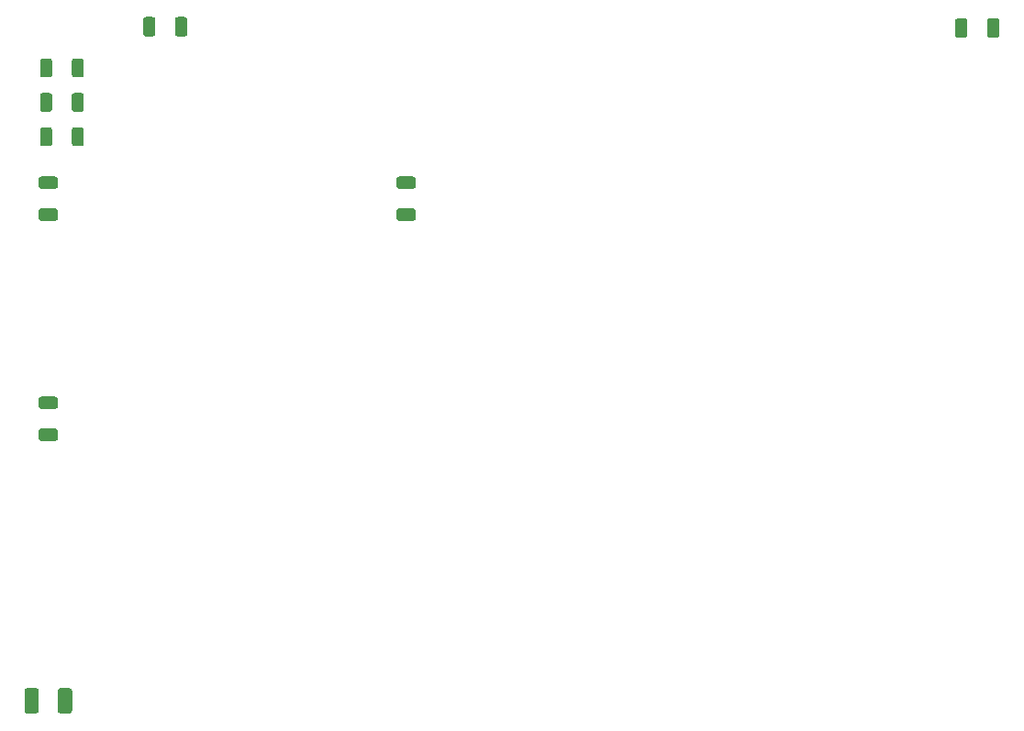
<source format=gtp>
%TF.GenerationSoftware,KiCad,Pcbnew,(5.1.9)-1*%
%TF.CreationDate,2021-10-09T10:29:05+08:00*%
%TF.ProjectId,CFSuperLite,43465375-7065-4724-9c69-74652e6b6963,rev?*%
%TF.SameCoordinates,Original*%
%TF.FileFunction,Paste,Top*%
%TF.FilePolarity,Positive*%
%FSLAX46Y46*%
G04 Gerber Fmt 4.6, Leading zero omitted, Abs format (unit mm)*
G04 Created by KiCad (PCBNEW (5.1.9)-1) date 2021-10-09 10:29:05*
%MOMM*%
%LPD*%
G01*
G04 APERTURE LIST*
G04 APERTURE END LIST*
%TO.C,C4*%
G36*
G01*
X110860000Y-59039999D02*
X110860000Y-60340001D01*
G75*
G02*
X110610001Y-60590000I-249999J0D01*
G01*
X109959999Y-60590000D01*
G75*
G02*
X109710000Y-60340001I0J249999D01*
G01*
X109710000Y-59039999D01*
G75*
G02*
X109959999Y-58790000I249999J0D01*
G01*
X110610001Y-58790000D01*
G75*
G02*
X110860000Y-59039999I0J-249999D01*
G01*
G37*
G36*
G01*
X113810000Y-59039999D02*
X113810000Y-60340001D01*
G75*
G02*
X113560001Y-60590000I-249999J0D01*
G01*
X112909999Y-60590000D01*
G75*
G02*
X112660000Y-60340001I0J249999D01*
G01*
X112660000Y-59039999D01*
G75*
G02*
X112909999Y-58790000I249999J0D01*
G01*
X113560001Y-58790000D01*
G75*
G02*
X113810000Y-59039999I0J-249999D01*
G01*
G37*
%TD*%
%TO.C,C2*%
G36*
G01*
X134635001Y-74665000D02*
X133334999Y-74665000D01*
G75*
G02*
X133085000Y-74415001I0J249999D01*
G01*
X133085000Y-73764999D01*
G75*
G02*
X133334999Y-73515000I249999J0D01*
G01*
X134635001Y-73515000D01*
G75*
G02*
X134885000Y-73764999I0J-249999D01*
G01*
X134885000Y-74415001D01*
G75*
G02*
X134635001Y-74665000I-249999J0D01*
G01*
G37*
G36*
G01*
X134635001Y-77615000D02*
X133334999Y-77615000D01*
G75*
G02*
X133085000Y-77365001I0J249999D01*
G01*
X133085000Y-76714999D01*
G75*
G02*
X133334999Y-76465000I249999J0D01*
G01*
X134635001Y-76465000D01*
G75*
G02*
X134885000Y-76714999I0J-249999D01*
G01*
X134885000Y-77365001D01*
G75*
G02*
X134635001Y-77615000I-249999J0D01*
G01*
G37*
%TD*%
%TO.C,C1*%
G36*
G01*
X101615001Y-94985000D02*
X100314999Y-94985000D01*
G75*
G02*
X100065000Y-94735001I0J249999D01*
G01*
X100065000Y-94084999D01*
G75*
G02*
X100314999Y-93835000I249999J0D01*
G01*
X101615001Y-93835000D01*
G75*
G02*
X101865000Y-94084999I0J-249999D01*
G01*
X101865000Y-94735001D01*
G75*
G02*
X101615001Y-94985000I-249999J0D01*
G01*
G37*
G36*
G01*
X101615001Y-97935000D02*
X100314999Y-97935000D01*
G75*
G02*
X100065000Y-97685001I0J249999D01*
G01*
X100065000Y-97034999D01*
G75*
G02*
X100314999Y-96785000I249999J0D01*
G01*
X101615001Y-96785000D01*
G75*
G02*
X101865000Y-97034999I0J-249999D01*
G01*
X101865000Y-97685001D01*
G75*
G02*
X101615001Y-97935000I-249999J0D01*
G01*
G37*
%TD*%
%TO.C,C3*%
G36*
G01*
X101615001Y-74665000D02*
X100314999Y-74665000D01*
G75*
G02*
X100065000Y-74415001I0J249999D01*
G01*
X100065000Y-73764999D01*
G75*
G02*
X100314999Y-73515000I249999J0D01*
G01*
X101615001Y-73515000D01*
G75*
G02*
X101865000Y-73764999I0J-249999D01*
G01*
X101865000Y-74415001D01*
G75*
G02*
X101615001Y-74665000I-249999J0D01*
G01*
G37*
G36*
G01*
X101615001Y-77615000D02*
X100314999Y-77615000D01*
G75*
G02*
X100065000Y-77365001I0J249999D01*
G01*
X100065000Y-76714999D01*
G75*
G02*
X100314999Y-76465000I249999J0D01*
G01*
X101615001Y-76465000D01*
G75*
G02*
X101865000Y-76714999I0J-249999D01*
G01*
X101865000Y-77365001D01*
G75*
G02*
X101615001Y-77615000I-249999J0D01*
G01*
G37*
%TD*%
%TO.C,R1*%
G36*
G01*
X103135000Y-70475002D02*
X103135000Y-69224998D01*
G75*
G02*
X103384998Y-68975000I249998J0D01*
G01*
X104010002Y-68975000D01*
G75*
G02*
X104260000Y-69224998I0J-249998D01*
G01*
X104260000Y-70475002D01*
G75*
G02*
X104010002Y-70725000I-249998J0D01*
G01*
X103384998Y-70725000D01*
G75*
G02*
X103135000Y-70475002I0J249998D01*
G01*
G37*
G36*
G01*
X100210000Y-70475002D02*
X100210000Y-69224998D01*
G75*
G02*
X100459998Y-68975000I249998J0D01*
G01*
X101085002Y-68975000D01*
G75*
G02*
X101335000Y-69224998I0J-249998D01*
G01*
X101335000Y-70475002D01*
G75*
G02*
X101085002Y-70725000I-249998J0D01*
G01*
X100459998Y-70725000D01*
G75*
G02*
X100210000Y-70475002I0J249998D01*
G01*
G37*
%TD*%
%TO.C,R2*%
G36*
G01*
X103135000Y-67300002D02*
X103135000Y-66049998D01*
G75*
G02*
X103384998Y-65800000I249998J0D01*
G01*
X104010002Y-65800000D01*
G75*
G02*
X104260000Y-66049998I0J-249998D01*
G01*
X104260000Y-67300002D01*
G75*
G02*
X104010002Y-67550000I-249998J0D01*
G01*
X103384998Y-67550000D01*
G75*
G02*
X103135000Y-67300002I0J249998D01*
G01*
G37*
G36*
G01*
X100210000Y-67300002D02*
X100210000Y-66049998D01*
G75*
G02*
X100459998Y-65800000I249998J0D01*
G01*
X101085002Y-65800000D01*
G75*
G02*
X101335000Y-66049998I0J-249998D01*
G01*
X101335000Y-67300002D01*
G75*
G02*
X101085002Y-67550000I-249998J0D01*
G01*
X100459998Y-67550000D01*
G75*
G02*
X100210000Y-67300002I0J249998D01*
G01*
G37*
%TD*%
%TO.C,R3*%
G36*
G01*
X103135000Y-64125002D02*
X103135000Y-62874998D01*
G75*
G02*
X103384998Y-62625000I249998J0D01*
G01*
X104010002Y-62625000D01*
G75*
G02*
X104260000Y-62874998I0J-249998D01*
G01*
X104260000Y-64125002D01*
G75*
G02*
X104010002Y-64375000I-249998J0D01*
G01*
X103384998Y-64375000D01*
G75*
G02*
X103135000Y-64125002I0J249998D01*
G01*
G37*
G36*
G01*
X100210000Y-64125002D02*
X100210000Y-62874998D01*
G75*
G02*
X100459998Y-62625000I249998J0D01*
G01*
X101085002Y-62625000D01*
G75*
G02*
X101335000Y-62874998I0J-249998D01*
G01*
X101335000Y-64125002D01*
G75*
G02*
X101085002Y-64375000I-249998J0D01*
G01*
X100459998Y-64375000D01*
G75*
G02*
X100210000Y-64125002I0J249998D01*
G01*
G37*
%TD*%
%TO.C,C5*%
G36*
G01*
X187590000Y-60467001D02*
X187590000Y-59166999D01*
G75*
G02*
X187839999Y-58917000I249999J0D01*
G01*
X188490001Y-58917000D01*
G75*
G02*
X188740000Y-59166999I0J-249999D01*
G01*
X188740000Y-60467001D01*
G75*
G02*
X188490001Y-60717000I-249999J0D01*
G01*
X187839999Y-60717000D01*
G75*
G02*
X187590000Y-60467001I0J249999D01*
G01*
G37*
G36*
G01*
X184640000Y-60467001D02*
X184640000Y-59166999D01*
G75*
G02*
X184889999Y-58917000I249999J0D01*
G01*
X185540001Y-58917000D01*
G75*
G02*
X185790000Y-59166999I0J-249999D01*
G01*
X185790000Y-60467001D01*
G75*
G02*
X185540001Y-60717000I-249999J0D01*
G01*
X184889999Y-60717000D01*
G75*
G02*
X184640000Y-60467001I0J249999D01*
G01*
G37*
%TD*%
%TO.C,C6*%
G36*
G01*
X101840000Y-122845002D02*
X101840000Y-120994998D01*
G75*
G02*
X102089998Y-120745000I249998J0D01*
G01*
X102915002Y-120745000D01*
G75*
G02*
X103165000Y-120994998I0J-249998D01*
G01*
X103165000Y-122845002D01*
G75*
G02*
X102915002Y-123095000I-249998J0D01*
G01*
X102089998Y-123095000D01*
G75*
G02*
X101840000Y-122845002I0J249998D01*
G01*
G37*
G36*
G01*
X98765000Y-122845002D02*
X98765000Y-120994998D01*
G75*
G02*
X99014998Y-120745000I249998J0D01*
G01*
X99840002Y-120745000D01*
G75*
G02*
X100090000Y-120994998I0J-249998D01*
G01*
X100090000Y-122845002D01*
G75*
G02*
X99840002Y-123095000I-249998J0D01*
G01*
X99014998Y-123095000D01*
G75*
G02*
X98765000Y-122845002I0J249998D01*
G01*
G37*
%TD*%
M02*

</source>
